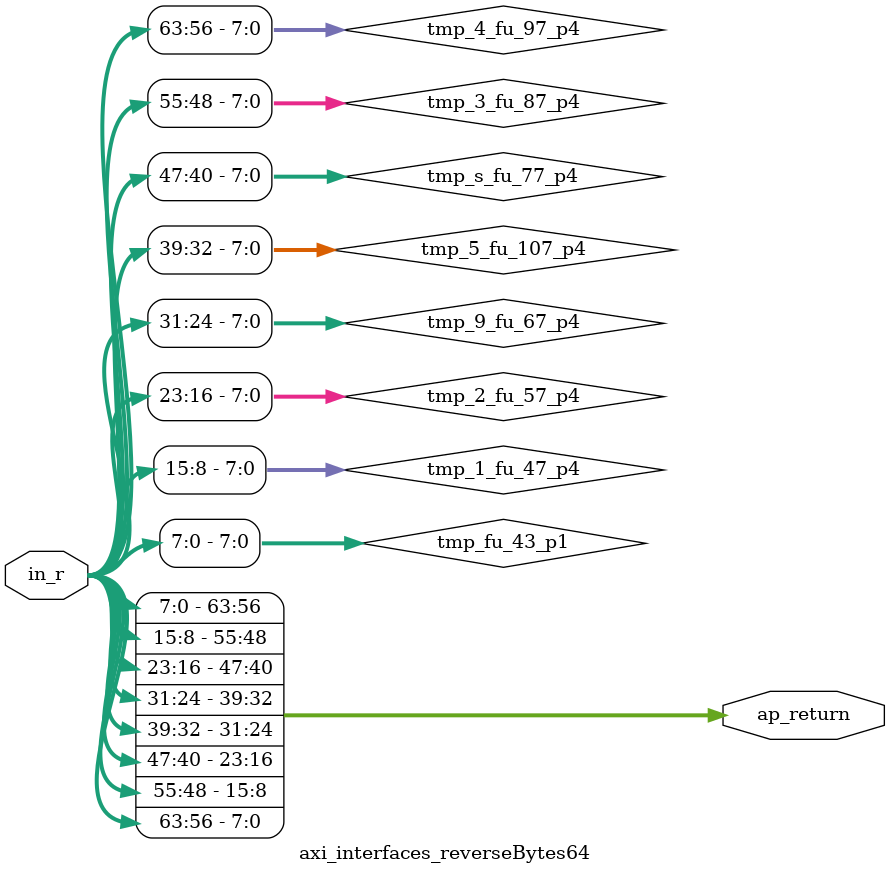
<source format=v>

`timescale 1 ns / 1 ps 

module axi_interfaces_reverseBytes64 (
        in_r,
        ap_return
);

parameter    ap_true = 1'b1;
parameter    ap_const_lv32_8 = 32'b1000;
parameter    ap_const_lv32_F = 32'b1111;
parameter    ap_const_lv32_10 = 32'b10000;
parameter    ap_const_lv32_17 = 32'b10111;
parameter    ap_const_lv32_18 = 32'b11000;
parameter    ap_const_lv32_1F = 32'b11111;
parameter    ap_const_lv32_28 = 32'b101000;
parameter    ap_const_lv32_2F = 32'b101111;
parameter    ap_const_lv32_30 = 32'b110000;
parameter    ap_const_lv32_37 = 32'b110111;
parameter    ap_const_lv32_38 = 32'b111000;
parameter    ap_const_lv32_3F = 32'b111111;
parameter    ap_const_lv32_20 = 32'b100000;
parameter    ap_const_lv32_27 = 32'b100111;
parameter    ap_const_logic_1 = 1'b1;
parameter    ap_const_logic_0 = 1'b0;

input  [63:0] in_r;
output  [63:0] ap_return;

wire   [7:0] tmp_fu_43_p1;
wire   [7:0] tmp_1_fu_47_p4;
wire   [7:0] tmp_2_fu_57_p4;
wire   [7:0] tmp_9_fu_67_p4;
wire   [7:0] tmp_5_fu_107_p4;
wire   [7:0] tmp_s_fu_77_p4;
wire   [7:0] tmp_3_fu_87_p4;
wire   [7:0] tmp_4_fu_97_p4;



assign ap_return = {{{{{{{{tmp_fu_43_p1}, {tmp_1_fu_47_p4}}, {tmp_2_fu_57_p4}}, {tmp_9_fu_67_p4}}, {tmp_5_fu_107_p4}}, {tmp_s_fu_77_p4}}, {tmp_3_fu_87_p4}}, {tmp_4_fu_97_p4}};
assign tmp_1_fu_47_p4 = {{in_r[ap_const_lv32_F : ap_const_lv32_8]}};
assign tmp_2_fu_57_p4 = {{in_r[ap_const_lv32_17 : ap_const_lv32_10]}};
assign tmp_3_fu_87_p4 = {{in_r[ap_const_lv32_37 : ap_const_lv32_30]}};
assign tmp_4_fu_97_p4 = {{in_r[ap_const_lv32_3F : ap_const_lv32_38]}};
assign tmp_5_fu_107_p4 = {{in_r[ap_const_lv32_27 : ap_const_lv32_20]}};
assign tmp_9_fu_67_p4 = {{in_r[ap_const_lv32_1F : ap_const_lv32_18]}};
assign tmp_fu_43_p1 = in_r[7:0];
assign tmp_s_fu_77_p4 = {{in_r[ap_const_lv32_2F : ap_const_lv32_28]}};


endmodule //axi_interfaces_reverseBytes64


</source>
